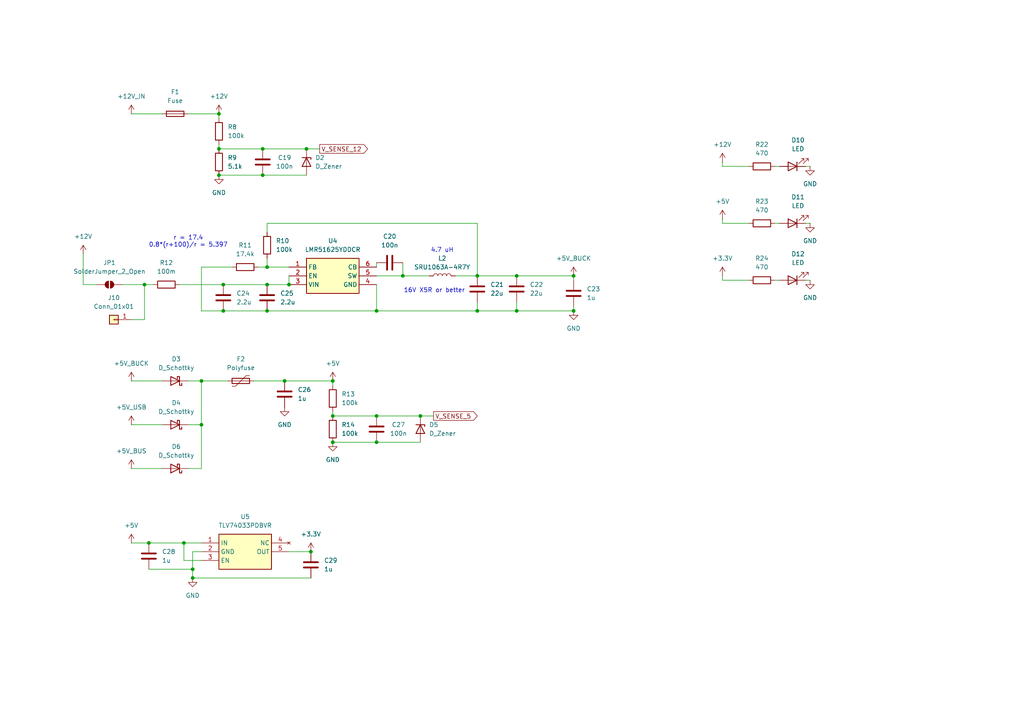
<source format=kicad_sch>
(kicad_sch (version 20250114) (generator "eeschema") (generator_version "9.0")
  (paper "A4")
  (lib_symbols
    (symbol "Connector_Generic:Conn_01x01" (pin_names (offset 1.016) (hide yes))
      (property "Reference" "J" (at 0 2.54 0))
      (property "Value" "Conn_01x01" (at 0 -2.54 0))
      (symbol "Conn_01x01_1_1"
        (rectangle (start -1.27 1.27) (end 1.27 -1.27) (stroke (width 0.254)) (fill (type background)))
        (rectangle (start -1.27 0.127) (end 0 -0.127) (stroke (width 0.1524)))
        (pin passive line (at -5.08 0 0) (length 3.81) (name "Pin_1") (number "1"))
      )
    )
    (symbol "Device:C" (pin_numbers (hide yes)) (pin_names (offset 0.254))
      (property "Reference" "C" (at 0.635 2.54 0))
      (property "Value" "C" (at 0.635 -2.54 0))
      (symbol "C_0_1"
        (polyline (pts (xy -2.032 0.762) (xy 2.032 0.762)) (stroke (width 0.508)))
        (polyline (pts (xy -2.032 -0.762) (xy 2.032 -0.762)) (stroke (width 0.508)))
      )
      (symbol "C_1_1"
        (pin passive line (at 0 3.81 270) (length 2.794) (name "~") (number "1"))
        (pin passive line (at 0 -3.81 90) (length 2.794) (name "~") (number "2"))
      )
    )
    (symbol "Device:D_Schottky" (pin_numbers (hide yes)) (pin_names (offset 1.016) (hide yes))
      (property "Reference" "D" (at 0 2.54 0))
      (property "Value" "D_Schottky" (at 0 -2.54 0))
      (symbol "D_Schottky_0_1"
        (polyline (pts (xy -1.905 0.635) (xy -1.905 1.27) (xy -1.27 1.27) (xy -1.27 -1.27) (xy -0.635 -1.27) (xy -0.635 -0.635)) (stroke (width 0.254)))
        (polyline (pts (xy 1.27 1.27) (xy 1.27 -1.27) (xy -1.27 0) (xy 1.27 1.27)) (stroke (width 0.254)))
        (polyline (pts (xy 1.27 0) (xy -1.27 0)))
      )
      (symbol "D_Schottky_1_1"
        (pin passive line (at -3.81 0 0) (length 2.54) (name "K") (number "1"))
        (pin passive line (at 3.81 0 180) (length 2.54) (name "A") (number "2"))
      )
    )
    (symbol "Device:D_Zener" (pin_numbers (hide yes)) (pin_names (offset 1.016) (hide yes))
      (property "Reference" "D" (at 0 2.54 0))
      (property "Value" "D_Zener" (at 0 -2.54 0))
      (symbol "D_Zener_0_1"
        (polyline (pts (xy -1.27 -1.27) (xy -1.27 1.27) (xy -0.762 1.27)) (stroke (width 0.254)))
        (polyline (pts (xy 1.27 0) (xy -1.27 0)))
        (polyline (pts (xy 1.27 -1.27) (xy 1.27 1.27) (xy -1.27 0) (xy 1.27 -1.27)) (stroke (width 0.254)))
      )
      (symbol "D_Zener_1_1"
        (pin passive line (at -3.81 0 0) (length 2.54) (name "K") (number "1"))
        (pin passive line (at 3.81 0 180) (length 2.54) (name "A") (number "2"))
      )
    )
    (symbol "Device:Fuse" (pin_numbers (hide yes)) (pin_names (offset 0))
      (property "Reference" "F" (at 2.032 0 90))
      (property "Value" "Fuse" (at -1.905 0 90))
      (symbol "Fuse_0_1"
        (rectangle (start -0.762 -2.54) (end 0.762 2.54) (stroke (width 0.254)))
        (polyline (pts (xy 0 2.54) (xy 0 -2.54)))
      )
      (symbol "Fuse_1_1"
        (pin passive line (at 0 3.81 270) (length 1.27) (name "~") (number "1"))
        (pin passive line (at 0 -3.81 90) (length 1.27) (name "~") (number "2"))
      )
    )
    (symbol "Device:L" (pin_numbers (hide yes)) (pin_names (offset 1.016) (hide yes))
      (property "Reference" "L" (at -1.27 0 90))
      (property "Value" "L" (at 1.905 0 90))
      (symbol "L_0_1"
        (arc (start 0 2.54) (mid 0.6323 1.905) (end 0 1.27))
        (arc (start 0 1.27) (mid 0.6323 0.635) (end 0 0))
        (arc (start 0 0) (mid 0.6323 -0.635) (end 0 -1.27))
        (arc (start 0 -1.27) (mid 0.6323 -1.905) (end 0 -2.54))
      )
      (symbol "L_1_1"
        (pin passive line (at 0 3.81 270) (length 1.27) (name "1") (number "1"))
        (pin passive line (at 0 -3.81 90) (length 1.27) (name "2") (number "2"))
      )
    )
    (symbol "Device:LED" (pin_numbers (hide yes)) (pin_names (offset 1.016) (hide yes))
      (property "Reference" "D" (at 0 2.54 0))
      (property "Value" "LED" (at 0 -2.54 0))
      (symbol "LED_0_1"
        (polyline (pts (xy -3.048 -0.762) (xy -4.572 -2.286) (xy -3.81 -2.286) (xy -4.572 -2.286) (xy -4.572 -1.524)))
        (polyline (pts (xy -1.778 -0.762) (xy -3.302 -2.286) (xy -2.54 -2.286) (xy -3.302 -2.286) (xy -3.302 -1.524)))
        (polyline (pts (xy -1.27 0) (xy 1.27 0)))
        (polyline (pts (xy -1.27 -1.27) (xy -1.27 1.27)) (stroke (width 0.254)))
        (polyline (pts (xy 1.27 -1.27) (xy 1.27 1.27) (xy -1.27 0) (xy 1.27 -1.27)) (stroke (width 0.254)))
      )
      (symbol "LED_1_1"
        (pin passive line (at -3.81 0 0) (length 2.54) (name "K") (number "1"))
        (pin passive line (at 3.81 0 180) (length 2.54) (name "A") (number "2"))
      )
    )
    (symbol "Device:Polyfuse" (pin_numbers (hide yes)) (pin_names (offset 0))
      (property "Reference" "F" (at -2.54 0 90))
      (property "Value" "Polyfuse" (at 2.54 0 90))
      (symbol "Polyfuse_0_1"
        (polyline (pts (xy -1.524 2.54) (xy -1.524 1.524) (xy 1.524 -1.524) (xy 1.524 -2.54)))
        (rectangle (start -0.762 2.54) (end 0.762 -2.54) (stroke (width 0.254)))
        (polyline (pts (xy 0 2.54) (xy 0 -2.54)))
      )
      (symbol "Polyfuse_1_1"
        (pin passive line (at 0 3.81 270) (length 1.27) (name "~") (number "1"))
        (pin passive line (at 0 -3.81 90) (length 1.27) (name "~") (number "2"))
      )
    )
    (symbol "Device:R" (pin_numbers (hide yes)) (pin_names (offset 0))
      (property "Reference" "R" (at 2.032 0 90))
      (property "Value" "R" (at 0 0 90))
      (symbol "R_0_1"
        (rectangle (start -1.016 -2.54) (end 1.016 2.54) (stroke (width 0.254)))
      )
      (symbol "R_1_1"
        (pin passive line (at 0 3.81 270) (length 1.27) (name "~") (number "1"))
        (pin passive line (at 0 -3.81 90) (length 1.27) (name "~") (number "2"))
      )
    )
    (symbol "Jumper:SolderJumper_2_Open" (pin_numbers (hide yes)) (pin_names (offset 0) (hide yes)) (in_bom no)
      (property "Reference" "JP" (at 0 2.032 0))
      (property "Value" "SolderJumper_2_Open" (at 0 -2.54 0))
      (symbol "SolderJumper_2_Open_0_1"
        (polyline (pts (xy -0.254 1.016) (xy -0.254 -1.016)))
        (arc (start -0.254 -1.016) (mid -1.2656 0) (end -0.254 1.016))
        (arc (start -0.254 -1.016) (mid -1.2656 0) (end -0.254 1.016) (fill (type outline)))
        (arc (start 0.254 1.016) (mid 1.2656 0) (end 0.254 -1.016))
        (arc (start 0.254 1.016) (mid 1.2656 0) (end 0.254 -1.016) (fill (type outline)))
        (polyline (pts (xy 0.254 1.016) (xy 0.254 -1.016)))
      )
      (symbol "SolderJumper_2_Open_1_1"
        (pin passive line (at -3.81 0 0) (length 2.54) (name "A") (number "1"))
        (pin passive line (at 3.81 0 180) (length 2.54) (name "B") (number "2"))
      )
    )
    (symbol "SamacSys_Parts:LMR51625YFDDCR"
      (property "Reference" "IC" (at 21.59 7.62 0))
      (property "Value" "LMR51625YFDDCR" (at 21.59 5.08 0))
      (symbol "LMR51625YFDDCR_1_1"
        (rectangle (start 5.08 2.54) (end 20.32 -7.62) (stroke (width 0.254)) (fill (type background)))
        (pin passive line (at 0 0 0) (length 5.08) (name "FB") (number "1"))
        (pin passive line (at 0 -2.54 0) (length 5.08) (name "EN") (number "2"))
        (pin passive line (at 0 -5.08 0) (length 5.08) (name "VIN") (number "3"))
        (pin passive line (at 25.4 0 180) (length 5.08) (name "CB") (number "6"))
        (pin passive line (at 25.4 -2.54 180) (length 5.08) (name "SW") (number "5"))
        (pin passive line (at 25.4 -5.08 180) (length 5.08) (name "GND") (number "4"))
      )
    )
    (symbol "SamacSys_Parts:TLV74033PDBVR"
      (property "Reference" "IC" (at 21.59 7.62 0))
      (property "Value" "TLV74033PDBVR" (at 21.59 5.08 0))
      (symbol "TLV74033PDBVR_1_1"
        (rectangle (start 5.08 2.54) (end 20.32 -7.62) (stroke (width 0.254)) (fill (type background)))
        (pin passive line (at 0 0 0) (length 5.08) (name "IN") (number "1"))
        (pin passive line (at 0 -2.54 0) (length 5.08) (name "GND") (number "2"))
        (pin passive line (at 0 -5.08 0) (length 5.08) (name "EN") (number "3"))
        (pin no_connect line (at 25.4 0 180) (length 5.08) (name "NC") (number "4"))
        (pin passive line (at 25.4 -2.54 180) (length 5.08) (name "OUT") (number "5"))
      )
    )
    (symbol "power:+3.3V" (power) (pin_numbers (hide yes)) (pin_names (offset 0) (hide yes))
      (property "Value" "+3.3V" (at 0 3.556 0))
      (symbol "+3.3V_0_1"
        (polyline (pts (xy -0.762 1.27) (xy 0 2.54)))
        (polyline (pts (xy 0 2.54) (xy 0.762 1.27)))
        (polyline (pts (xy 0 0) (xy 0 2.54)))
      )
      (symbol "+3.3V_1_1"
        (pin power_in line (at 0 0 90) (length 0) (name "~") (number "1"))
      )
    )
    (symbol "power:GND" (power) (pin_numbers (hide yes)) (pin_names (offset 0) (hide yes))
      (property "Value" "GND" (at 0 -3.81 0))
      (symbol "GND_0_1"
        (polyline (pts (xy 0 0) (xy 0 -1.27) (xy 1.27 -1.27) (xy 0 -2.54) (xy -1.27 -1.27) (xy 0 -1.27)))
      )
      (symbol "GND_1_1"
        (pin power_in line (at 0 0 270) (length 0) (name "~") (number "1"))
      )
    )
  )
  (text "16V X5R or better" (at 125.984 84.328 0) (effects (font (size 1.27 1.27))))
  (text "4.7 uH" (at 128.27 72.644 0) (effects (font (size 1.27 1.27))))
  (text "r = 17.4\n0.8*(r+100)/r = 5.397" (at 54.61 70.104 0) (effects (font (size 1.27 1.27))))
  (junction (at 138.43 80.01))
  (junction (at 58.42 110.49))
  (junction (at 90.17 160.02))
  (junction (at 77.47 77.47))
  (junction (at 77.47 90.17))
  (junction (at 58.42 123.19))
  (junction (at 116.84 80.01))
  (junction (at 63.5 33.02))
  (junction (at 43.18 157.48))
  (junction (at 109.22 90.17))
  (junction (at 64.77 90.17))
  (junction (at 64.77 82.55))
  (junction (at 63.5 43.18))
  (junction (at 76.2 50.8))
  (junction (at 77.47 82.55))
  (junction (at 41.91 82.55))
  (junction (at 166.37 90.17))
  (junction (at 96.52 120.65))
  (junction (at 53.34 157.48))
  (junction (at 138.43 90.17))
  (junction (at 149.86 90.17))
  (junction (at 63.5 50.8))
  (junction (at 96.52 128.27))
  (junction (at 55.88 167.64))
  (junction (at 96.52 110.49))
  (junction (at 121.92 120.65))
  (junction (at 76.2 43.18))
  (junction (at 55.88 165.1))
  (junction (at 82.55 110.49))
  (junction (at 149.86 80.01))
  (junction (at 83.82 82.55))
  (junction (at 88.9 43.18))
  (junction (at 109.22 120.65))
  (junction (at 109.22 128.27))
  (junction (at 166.37 80.01))
  (wire (pts (xy 138.43 90.17) (xy 149.86 90.17)))
  (wire (pts (xy 109.22 76.2) (xy 109.22 77.47)))
  (wire (pts (xy 226.06 48.26) (xy 224.79 48.26)))
  (wire (pts (xy 54.61 110.49) (xy 58.42 110.49)))
  (wire (pts (xy 149.86 80.01) (xy 166.37 80.01)))
  (wire (pts (xy 41.91 82.55) (xy 44.45 82.55)))
  (wire (pts (xy 43.18 165.1) (xy 55.88 165.1)))
  (wire (pts (xy 77.47 74.93) (xy 77.47 77.47)))
  (wire (pts (xy 82.55 110.49) (xy 96.52 110.49)))
  (wire (pts (xy 24.13 82.55) (xy 24.13 73.66)))
  (wire (pts (xy 209.55 81.28) (xy 217.17 81.28)))
  (wire (pts (xy 138.43 80.01) (xy 149.86 80.01)))
  (wire (pts (xy 74.93 77.47) (xy 77.47 77.47)))
  (wire (pts (xy 38.1 110.49) (xy 46.99 110.49)))
  (wire (pts (xy 35.56 82.55) (xy 41.91 82.55)))
  (wire (pts (xy 53.34 162.56) (xy 53.34 157.48)))
  (wire (pts (xy 96.52 120.65) (xy 109.22 120.65)))
  (wire (pts (xy 55.88 167.64) (xy 90.17 167.64)))
  (wire (pts (xy 233.68 81.28) (xy 234.95 81.28)))
  (wire (pts (xy 58.42 77.47) (xy 58.42 90.17)))
  (wire (pts (xy 121.92 120.65) (xy 125.73 120.65)))
  (wire (pts (xy 209.55 64.77) (xy 217.17 64.77)))
  (wire (pts (xy 233.68 64.77) (xy 234.95 64.77)))
  (wire (pts (xy 55.88 160.02) (xy 55.88 165.1)))
  (wire (pts (xy 226.06 64.77) (xy 224.79 64.77)))
  (wire (pts (xy 63.5 43.18) (xy 76.2 43.18)))
  (wire (pts (xy 55.88 165.1) (xy 55.88 167.64)))
  (wire (pts (xy 58.42 135.89) (xy 54.61 135.89)))
  (wire (pts (xy 46.99 33.02) (xy 38.1 33.02)))
  (wire (pts (xy 54.61 33.02) (xy 63.5 33.02)))
  (wire (pts (xy 88.9 43.18) (xy 92.71 43.18)))
  (wire (pts (xy 67.31 77.47) (xy 58.42 77.47)))
  (wire (pts (xy 77.47 77.47) (xy 83.82 77.47)))
  (wire (pts (xy 77.47 90.17) (xy 109.22 90.17)))
  (wire (pts (xy 138.43 87.63) (xy 138.43 90.17)))
  (wire (pts (xy 58.42 90.17) (xy 64.77 90.17)))
  (wire (pts (xy 76.2 50.8) (xy 88.9 50.8)))
  (wire (pts (xy 166.37 90.17) (xy 166.37 88.9)))
  (wire (pts (xy 58.42 135.89) (xy 58.42 123.19)))
  (wire (pts (xy 43.18 157.48) (xy 53.34 157.48)))
  (wire (pts (xy 77.47 64.77) (xy 77.47 67.31)))
  (wire (pts (xy 64.77 82.55) (xy 77.47 82.55)))
  (wire (pts (xy 83.82 160.02) (xy 90.17 160.02)))
  (wire (pts (xy 63.5 34.29) (xy 63.5 33.02)))
  (wire (pts (xy 77.47 64.77) (xy 138.43 64.77)))
  (wire (pts (xy 73.66 110.49) (xy 82.55 110.49)))
  (wire (pts (xy 96.52 120.65) (xy 96.52 119.38)))
  (wire (pts (xy 96.52 128.27) (xy 109.22 128.27)))
  (wire (pts (xy 166.37 81.28) (xy 166.37 80.01)))
  (wire (pts (xy 77.47 82.55) (xy 83.82 82.55)))
  (wire (pts (xy 109.22 90.17) (xy 138.43 90.17)))
  (wire (pts (xy 58.42 162.56) (xy 53.34 162.56)))
  (wire (pts (xy 138.43 80.01) (xy 132.08 80.01)))
  (wire (pts (xy 116.84 80.01) (xy 124.46 80.01)))
  (wire (pts (xy 38.1 123.19) (xy 46.99 123.19)))
  (wire (pts (xy 109.22 120.65) (xy 121.92 120.65)))
  (wire (pts (xy 83.82 80.01) (xy 83.82 82.55)))
  (wire (pts (xy 209.55 63.5) (xy 209.55 64.77)))
  (wire (pts (xy 96.52 111.76) (xy 96.52 110.49)))
  (wire (pts (xy 233.68 48.26) (xy 234.95 48.26)))
  (wire (pts (xy 209.55 80.01) (xy 209.55 81.28)))
  (wire (pts (xy 138.43 64.77) (xy 138.43 80.01)))
  (wire (pts (xy 149.86 87.63) (xy 149.86 90.17)))
  (wire (pts (xy 38.1 157.48) (xy 43.18 157.48)))
  (wire (pts (xy 64.77 90.17) (xy 77.47 90.17)))
  (wire (pts (xy 38.1 135.89) (xy 46.99 135.89)))
  (wire (pts (xy 109.22 82.55) (xy 109.22 90.17)))
  (wire (pts (xy 116.84 76.2) (xy 116.84 80.01)))
  (wire (pts (xy 58.42 123.19) (xy 54.61 123.19)))
  (wire (pts (xy 53.34 157.48) (xy 58.42 157.48)))
  (wire (pts (xy 109.22 128.27) (xy 121.92 128.27)))
  (wire (pts (xy 38.1 92.71) (xy 41.91 92.71)))
  (wire (pts (xy 226.06 81.28) (xy 224.79 81.28)))
  (wire (pts (xy 109.22 80.01) (xy 116.84 80.01)))
  (wire (pts (xy 58.42 110.49) (xy 66.04 110.49)))
  (wire (pts (xy 58.42 160.02) (xy 55.88 160.02)))
  (wire (pts (xy 149.86 90.17) (xy 166.37 90.17)))
  (wire (pts (xy 41.91 92.71) (xy 41.91 82.55)))
  (wire (pts (xy 58.42 123.19) (xy 58.42 110.49)))
  (wire (pts (xy 209.55 46.99) (xy 209.55 48.26)))
  (wire (pts (xy 27.94 82.55) (xy 24.13 82.55)))
  (wire (pts (xy 63.5 43.18) (xy 63.5 41.91)))
  (wire (pts (xy 209.55 48.26) (xy 217.17 48.26)))
  (wire (pts (xy 52.07 82.55) (xy 64.77 82.55)))
  (wire (pts (xy 76.2 43.18) (xy 88.9 43.18)))
  (wire (pts (xy 63.5 50.8) (xy 76.2 50.8)))
  (global_label "V_SENSE_12" (shape output) (at 92.71 43.18 0) (property "Intersheetrefs" "${INTERSHEET_REFS}" (effects (hide yes))))
  (global_label "V_SENSE_5" (shape output) (at 125.73 120.65 0) (property "Intersheetrefs" "${INTERSHEET_REFS}" (effects (hide yes))))
  (symbol (lib_id "Device:C") (at 77.47 86.36 0) (unit 1)
    (property "Reference" "C25" (at 81.28 85.0899 0) (effects (justify left)))
    (property "Value" "2.2u" (at 81.28 87.6299 0) (effects (justify left)))
    (property "Footprint" "Capacitor_SMD:C_0603_1608Metric_Pad1.08x0.95mm_HandSolder" (effects (hide yes)))
    (property "Description" "Unpolarized capacitor" (effects (hide yes)))
  )
  (symbol (lib_id "SamacSys_Parts:LMR51625YFDDCR") (at 83.82 77.47 0) (unit 1)
    (property "Reference" "U4" (at 96.52 69.85 0))
    (property "Value" "LMR51625YDDCR" (at 96.52 72.39 0))
    (property "Footprint" "SamacSys_Parts:SOT95P280X110-6N" (effects (hide yes)))
    (property "Datasheet" "https://www.mouser.kr/ProductDetail/Texas-Instruments/LMR51625YFDDCR?qs=efUn273yAhe0Di9PgWnVVg%3D%3D" (effects (hide yes)))
    (property "Description" "Functional Safety-Capable  Documentation available to aid functional safety system design  Configured for rugged industrial applications:  4.3V to 60V input voltage range  2.5A or 3.5A continuous output current  Low operating quiescent current of 29uA  70ns minimum switching on time  400kHz amd 1.1MHz switching frequency  Frequency spread spectrum (PFM variant)  40C to 150C junction temperature range  96% maximum duty cycle  Monotonic start-up with prebiased output  Short-circu" (effects (hide yes)))
    (property "Height" "1.1" (effects (hide yes)))
    (property "Manufacturer_Name" "Texas Instruments" (effects (hide yes)))
    (property "Manufacturer_Part_Number" "LMR51625YFDDCR" (effects (hide yes)))
    (property "Mouser Part Number" "595-LMR51625YFDDCR" (effects (hide yes)))
    (property "Mouser Price/Stock" "https://www.mouser.co.uk/ProductDetail/Texas-Instruments/LMR51625YFDDCR?qs=efUn273yAhe0Di9PgWnVVg%3D%3D" (effects (hide yes)))
    (property "Arrow Part Number" "LMR51625YFDDCR" (effects (hide yes)))
    (property "Arrow Price/Stock" "https://www.arrow.com/en/products/lmr51625yfddcr/texas-instruments?utm_currency=USD&region=nac" (effects (hide yes)))
  )
  (symbol (lib_id "power:+3.3V") (at 96.52 110.49 0) (unit 1)
    (property "Reference" "#PWR037" (effects (hide yes)))
    (property "Value" "+5V" (at 96.52 105.41 0))
    (property "Description" "Power symbol creates a global label with name \"+3.3V\"" (effects (hide yes)))
  )
  (symbol (lib_id "Device:D_Schottky") (at 50.8 123.19 180) (unit 1)
    (property "Reference" "D4" (at 51.1175 116.84 0))
    (property "Value" "D_Schottky" (at 51.1175 119.38 0))
    (property "Footprint" "Diode_SMD:D_SMA" (effects (hide yes)))
    (property "Description" "Schottky diode" (effects (hide yes)))
  )
  (symbol (lib_id "Device:R") (at 63.5 46.99 0) (unit 1)
    (property "Reference" "R9" (at 66.04 45.7199 0) (effects (justify left)))
    (property "Value" "5.1k" (at 66.04 48.2599 0) (effects (justify left)))
    (property "Footprint" "Resistor_SMD:R_0603_1608Metric_Pad0.98x0.95mm_HandSolder" (effects (hide yes)))
    (property "Description" "Resistor" (effects (hide yes)))
  )
  (symbol (lib_id "Device:D_Zener") (at 121.92 124.46 270) (unit 1)
    (property "Reference" "D5" (at 124.46 123.1899 90) (effects (justify left)))
    (property "Value" "D_Zener" (at 124.46 125.7299 90) (effects (justify left)))
    (property "Footprint" "Diode_SMD:D_SOD-323_HandSoldering" (effects (hide yes)))
    (property "Description" "Zener diode" (effects (hide yes)))
  )
  (symbol (lib_id "power:+3.3V") (at 209.55 46.99 0) (unit 1)
    (property "Reference" "#PWR051" (effects (hide yes)))
    (property "Value" "+12V" (at 209.55 41.91 0))
    (property "Description" "Power symbol creates a global label with name \"+3.3V\"" (effects (hide yes)))
  )
  (symbol (lib_id "Device:Polyfuse") (at 69.85 110.49 90) (unit 1)
    (property "Reference" "F2" (at 69.85 104.14 90))
    (property "Value" "Polyfuse" (at 69.85 106.68 90))
    (property "Footprint" "Fuse:Fuse_1812_4532Metric_Pad1.30x3.40mm_HandSolder" (effects (hide yes)))
    (property "Description" "Resettable fuse, polymeric positive temperature coefficient" (effects (hide yes)))
  )
  (symbol (lib_id "Device:R") (at 220.98 64.77 90) (unit 1)
    (property "Reference" "R23" (at 220.98 58.42 90))
    (property "Value" "470" (at 220.98 60.96 90))
    (property "Footprint" "Resistor_SMD:R_0603_1608Metric_Pad0.98x0.95mm_HandSolder" (effects (hide yes)))
    (property "Description" "Resistor" (effects (hide yes)))
  )
  (symbol (lib_id "power:GND") (at 234.95 48.26 0) (unit 1)
    (property "Reference" "#PWR050" (effects (hide yes)))
    (property "Value" "GND" (at 234.95 53.34 0))
    (property "Description" "Power symbol creates a global label with name \"GND\" , ground" (effects (hide yes)))
  )
  (symbol (lib_id "Jumper:SolderJumper_2_Open") (at 31.75 82.55 0) (unit 1) (in_bom no)
    (property "Reference" "JP1" (at 31.75 76.2 0))
    (property "Value" "SolderJumper_2_Open" (at 31.75 78.74 0))
    (property "Footprint" "Jumper:SolderJumper-2_P1.3mm_Open_RoundedPad1.0x1.5mm" (effects (hide yes)))
    (property "Description" "Solder Jumper, 2-pole, open" (effects (hide yes)))
  )
  (symbol (lib_id "Device:R") (at 63.5 38.1 0) (unit 1)
    (property "Reference" "R8" (at 66.04 36.8299 0) (effects (justify left)))
    (property "Value" "100k" (at 66.04 39.3699 0) (effects (justify left)))
    (property "Footprint" "Resistor_SMD:R_0603_1608Metric_Pad0.98x0.95mm_HandSolder" (effects (hide yes)))
    (property "Description" "Resistor" (effects (hide yes)))
  )
  (symbol (lib_id "Device:C") (at 64.77 86.36 0) (unit 1)
    (property "Reference" "C24" (at 68.58 85.0899 0) (effects (justify left)))
    (property "Value" "2.2u" (at 68.58 87.6299 0) (effects (justify left)))
    (property "Footprint" "Capacitor_SMD:C_0603_1608Metric_Pad1.08x0.95mm_HandSolder" (effects (hide yes)))
    (property "Description" "Unpolarized capacitor" (effects (hide yes)))
  )
  (symbol (lib_id "Device:C") (at 113.03 76.2 90) (unit 1)
    (property "Reference" "C20" (at 113.03 68.58 90))
    (property "Value" "100n" (at 113.03 71.12 90))
    (property "Footprint" "Capacitor_SMD:C_0603_1608Metric_Pad1.08x0.95mm_HandSolder" (effects (hide yes)))
    (property "Description" "Unpolarized capacitor" (effects (hide yes)))
  )
  (symbol (lib_id "Device:C") (at 149.86 83.82 0) (unit 1)
    (property "Reference" "C22" (at 153.67 82.5499 0) (effects (justify left)))
    (property "Value" "22u" (at 153.67 85.0899 0) (effects (justify left)))
    (property "Footprint" "Capacitor_SMD:C_1206_3216Metric_Pad1.33x1.80mm_HandSolder" (effects (hide yes)))
    (property "Description" "Unpolarized capacitor" (effects (hide yes)))
  )
  (symbol (lib_id "power:+3.3V") (at 38.1 33.02 0) (unit 1)
    (property "Reference" "#PWR030" (effects (hide yes)))
    (property "Value" "+12V_IN" (at 38.1 27.94 0))
    (property "Description" "Power symbol creates a global label with name \"+3.3V\"" (effects (hide yes)))
  )
  (symbol (lib_id "power:GND") (at 96.52 128.27 0) (unit 1)
    (property "Reference" "#PWR040" (effects (hide yes)))
    (property "Value" "GND" (at 96.52 133.35 0))
    (property "Description" "Power symbol creates a global label with name \"GND\" , ground" (effects (hide yes)))
  )
  (symbol (lib_id "power:GND") (at 55.88 167.64 0) (unit 1)
    (property "Reference" "#PWR044" (effects (hide yes)))
    (property "Value" "GND" (at 55.88 172.72 0))
    (property "Description" "Power symbol creates a global label with name \"GND\" , ground" (effects (hide yes)))
  )
  (symbol (lib_id "Device:LED") (at 229.87 64.77 180) (unit 1)
    (property "Reference" "D11" (at 231.4575 57.15 0))
    (property "Value" "LED" (at 231.4575 59.69 0))
    (property "Footprint" "LED_SMD:LED_0603_1608Metric_Pad1.05x0.95mm_HandSolder" (effects (hide yes)))
    (property "Description" "Light emitting diode" (effects (hide yes)))
    (property "Sim.Pins" "1=K 2=A" (effects (hide yes)))
  )
  (symbol (lib_id "Device:C") (at 43.18 161.29 0) (unit 1)
    (property "Reference" "C28" (at 46.99 160.0199 0) (effects (justify left)))
    (property "Value" "1u" (at 46.99 162.5599 0) (effects (justify left)))
    (property "Footprint" "Capacitor_SMD:C_0603_1608Metric_Pad1.08x0.95mm_HandSolder" (effects (hide yes)))
    (property "Description" "Unpolarized capacitor" (effects (hide yes)))
  )
  (symbol (lib_id "power:+3.3V") (at 209.55 63.5 0) (unit 1)
    (property "Reference" "#PWR052" (effects (hide yes)))
    (property "Value" "+5V" (at 209.55 58.42 0))
    (property "Description" "Power symbol creates a global label with name \"+3.3V\"" (effects (hide yes)))
  )
  (symbol (lib_id "power:+3.3V") (at 38.1 157.48 0) (unit 1)
    (property "Reference" "#PWR042" (effects (hide yes)))
    (property "Value" "+5V" (at 38.1 152.4 0))
    (property "Description" "Power symbol creates a global label with name \"+3.3V\"" (effects (hide yes)))
  )
  (symbol (lib_id "Device:R") (at 48.26 82.55 90) (unit 1)
    (property "Reference" "R12" (at 48.26 76.2 90))
    (property "Value" "100m" (at 48.26 78.74 90))
    (property "Footprint" "Resistor_SMD:R_1206_3216Metric_Pad1.30x1.75mm_HandSolder" (effects (hide yes)))
    (property "Description" "Resistor" (effects (hide yes)))
  )
  (symbol (lib_id "power:+3.3V") (at 38.1 135.89 0) (unit 1)
    (property "Reference" "#PWR041" (effects (hide yes)))
    (property "Value" "+5V_BUS" (at 38.1 130.81 0))
    (property "Description" "Power symbol creates a global label with name \"+3.3V\"" (effects (hide yes)))
  )
  (symbol (lib_id "Device:D_Zener") (at 88.9 46.99 270) (unit 1)
    (property "Reference" "D2" (at 91.44 45.7199 90) (effects (justify left)))
    (property "Value" "D_Zener" (at 91.44 48.2599 90) (effects (justify left)))
    (property "Footprint" "Diode_SMD:D_SOD-323_HandSoldering" (effects (hide yes)))
    (property "Description" "Zener diode" (effects (hide yes)))
  )
  (symbol (lib_id "Device:C") (at 138.43 83.82 0) (unit 1)
    (property "Reference" "C21" (at 142.24 82.5499 0) (effects (justify left)))
    (property "Value" "22u" (at 142.24 85.0899 0) (effects (justify left)))
    (property "Footprint" "Capacitor_SMD:C_1206_3216Metric_Pad1.33x1.80mm_HandSolder" (effects (hide yes)))
    (property "Description" "Unpolarized capacitor" (effects (hide yes)))
  )
  (symbol (lib_id "Device:R") (at 96.52 115.57 0) (unit 1)
    (property "Reference" "R13" (at 99.06 114.2999 0) (effects (justify left)))
    (property "Value" "100k" (at 99.06 116.8399 0) (effects (justify left)))
    (property "Footprint" "Resistor_SMD:R_0603_1608Metric_Pad0.98x0.95mm_HandSolder" (effects (hide yes)))
    (property "Description" "Resistor" (effects (hide yes)))
  )
  (symbol (lib_id "Device:L") (at 128.27 80.01 90) (unit 1)
    (property "Reference" "L2" (at 128.27 74.93 90))
    (property "Value" "SRU1063A-4R7Y" (at 128.27 77.47 90))
    (property "Footprint" "Inductor_SMD:L_Bourns-SRU1028_10.0x10.0mm" (effects (hide yes)))
    (property "Description" "Inductor" (effects (hide yes)))
  )
  (symbol (lib_id "Device:D_Schottky") (at 50.8 135.89 180) (unit 1)
    (property "Reference" "D6" (at 51.1175 129.54 0))
    (property "Value" "D_Schottky" (at 51.1175 132.08 0))
    (property "Footprint" "Diode_SMD:D_SMA" (effects (hide yes)))
    (property "Description" "Schottky diode" (effects (hide yes)))
  )
  (symbol (lib_id "Device:R") (at 220.98 81.28 90) (unit 1)
    (property "Reference" "R24" (at 220.98 74.93 90))
    (property "Value" "470" (at 220.98 77.47 90))
    (property "Footprint" "Resistor_SMD:R_0603_1608Metric_Pad0.98x0.95mm_HandSolder" (effects (hide yes)))
    (property "Description" "Resistor" (effects (hide yes)))
  )
  (symbol (lib_id "power:GND") (at 63.5 50.8 0) (unit 1)
    (property "Reference" "#PWR032" (effects (hide yes)))
    (property "Value" "GND" (at 63.5 55.88 0))
    (property "Description" "Power symbol creates a global label with name \"GND\" , ground" (effects (hide yes)))
  )
  (symbol (lib_id "Device:C") (at 82.55 114.3 0) (unit 1)
    (property "Reference" "C26" (at 86.36 113.0299 0) (effects (justify left)))
    (property "Value" "1u" (at 86.36 115.5699 0) (effects (justify left)))
    (property "Footprint" "Capacitor_SMD:C_0603_1608Metric_Pad1.08x0.95mm_HandSolder" (effects (hide yes)))
    (property "Description" "Unpolarized capacitor" (effects (hide yes)))
  )
  (symbol (lib_id "power:+3.3V") (at 90.17 160.02 0) (unit 1)
    (property "Reference" "#PWR043" (effects (hide yes)))
    (property "Value" "+3.3V" (at 90.17 154.94 0))
    (property "Description" "Power symbol creates a global label with name \"+3.3V\"" (effects (hide yes)))
  )
  (symbol (lib_id "power:+3.3V") (at 63.5 33.02 0) (unit 1)
    (property "Reference" "#PWR031" (effects (hide yes)))
    (property "Value" "+12V" (at 63.5 27.94 0))
    (property "Description" "Power symbol creates a global label with name \"+3.3V\"" (effects (hide yes)))
  )
  (symbol (lib_id "Device:C") (at 166.37 85.09 0) (unit 1)
    (property "Reference" "C23" (at 170.18 83.8199 0) (effects (justify left)))
    (property "Value" "1u" (at 170.18 86.3599 0) (effects (justify left)))
    (property "Footprint" "Capacitor_SMD:C_0603_1608Metric_Pad1.08x0.95mm_HandSolder" (effects (hide yes)))
    (property "Description" "Unpolarized capacitor" (effects (hide yes)))
  )
  (symbol (lib_id "power:+3.3V") (at 24.13 73.66 0) (unit 1)
    (property "Reference" "#PWR034" (effects (hide yes)))
    (property "Value" "+12V" (at 24.13 68.58 0))
    (property "Description" "Power symbol creates a global label with name \"+3.3V\"" (effects (hide yes)))
  )
  (symbol (lib_id "Device:LED") (at 229.87 81.28 180) (unit 1)
    (property "Reference" "D12" (at 231.4575 73.66 0))
    (property "Value" "LED" (at 231.4575 76.2 0))
    (property "Footprint" "LED_SMD:LED_0603_1608Metric_Pad1.05x0.95mm_HandSolder" (effects (hide yes)))
    (property "Description" "Light emitting diode" (effects (hide yes)))
    (property "Sim.Pins" "1=K 2=A" (effects (hide yes)))
  )
  (symbol (lib_id "power:GND") (at 234.95 81.28 0) (unit 1)
    (property "Reference" "#PWR055" (effects (hide yes)))
    (property "Value" "GND" (at 234.95 86.36 0))
    (property "Description" "Power symbol creates a global label with name \"GND\" , ground" (effects (hide yes)))
  )
  (symbol (lib_id "SamacSys_Parts:TLV74033PDBVR") (at 58.42 157.48 0) (unit 1)
    (property "Reference" "U5" (at 71.12 149.86 0))
    (property "Value" "TLV74033PDBVR" (at 71.12 152.4 0))
    (property "Footprint" "SamacSys_Parts:SOT95P280X145-5N" (effects (hide yes)))
    (property "Datasheet" "https://www.ti.com/lit/ds/symlink/tlv740p.pdf?ts=1599647884466&ref_url=https%253A%252F%252Fwww.ti.com%252Fpower-management%252Flinear-regulators-ldo%252Fproducts.html" (effects (hide yes)))
    (property "Description" "LDO Voltage Regulators" (effects (hide yes)))
    (property "Height" "1.45" (effects (hide yes)))
    (property "Mouser Part Number" "595-TLV74033PDBVR" (effects (hide yes)))
    (property "Mouser Price/Stock" "https://www.mouser.co.uk/ProductDetail/Texas-Instruments/TLV74033PDBVR?qs=sPbYRqrBIVkaG2WMvPh1eg%3D%3D" (effects (hide yes)))
    (property "Manufacturer_Name" "Texas Instruments" (effects (hide yes)))
    (property "Manufacturer_Part_Number" "TLV74033PDBVR" (effects (hide yes)))
  )
  (symbol (lib_id "power:GND") (at 234.95 64.77 0) (unit 1)
    (property "Reference" "#PWR053" (effects (hide yes)))
    (property "Value" "GND" (at 234.95 69.85 0))
    (property "Description" "Power symbol creates a global label with name \"GND\" , ground" (effects (hide yes)))
  )
  (symbol (lib_id "Device:Fuse") (at 50.8 33.02 90) (unit 1)
    (property "Reference" "F1" (at 50.8 26.67 90))
    (property "Value" "Fuse" (at 50.8 29.21 90))
    (property "Footprint" "Fuse:Fuseholder_Blade_Mini_Keystone_3568" (effects (hide yes)))
    (property "Description" "Fuse" (effects (hide yes)))
  )
  (symbol (lib_id "Device:C") (at 76.2 46.99 0) (unit 1)
    (property "Reference" "C19" (at 82.55 45.72 0))
    (property "Value" "100n" (at 82.55 48.26 0))
    (property "Footprint" "Capacitor_SMD:C_0603_1608Metric_Pad1.08x0.95mm_HandSolder" (effects (hide yes)))
    (property "Description" "Unpolarized capacitor" (effects (hide yes)))
  )
  (symbol (lib_id "Device:R") (at 96.52 124.46 0) (unit 1)
    (property "Reference" "R14" (at 99.06 123.1899 0) (effects (justify left)))
    (property "Value" "100k" (at 99.06 125.7299 0) (effects (justify left)))
    (property "Footprint" "Resistor_SMD:R_0603_1608Metric_Pad0.98x0.95mm_HandSolder" (effects (hide yes)))
    (property "Description" "Resistor" (effects (hide yes)))
  )
  (symbol (lib_id "Device:R") (at 71.12 77.47 90) (unit 1)
    (property "Reference" "R11" (at 71.12 71.12 90))
    (property "Value" "17.4k" (at 71.12 73.66 90))
    (property "Footprint" "Resistor_SMD:R_0603_1608Metric_Pad0.98x0.95mm_HandSolder" (effects (hide yes)))
    (property "Description" "Resistor" (effects (hide yes)))
  )
  (symbol (lib_id "Connector_Generic:Conn_01x01") (at 33.02 92.71 180) (unit 1)
    (property "Reference" "J10" (at 33.02 86.36 0))
    (property "Value" "Conn_01x01" (at 33.02 88.9 0))
    (property "Footprint" "Connector_PinHeader_2.54mm:PinHeader_1x01_P2.54mm_Vertical" (effects (hide yes)))
    (property "Description" "Generic connector, single row, 01x01, script generated (kicad-library-utils/schlib/autogen/connector/)" (effects (hide yes)))
  )
  (symbol (lib_id "power:GND") (at 82.55 118.11 0) (unit 1)
    (property "Reference" "#PWR038" (effects (hide yes)))
    (property "Value" "GND" (at 82.55 123.19 0))
    (property "Description" "Power symbol creates a global label with name \"GND\" , ground" (effects (hide yes)))
  )
  (symbol (lib_id "Device:R") (at 77.47 71.12 0) (unit 1)
    (property "Reference" "R10" (at 80.01 69.8499 0) (effects (justify left)))
    (property "Value" "100k" (at 80.01 72.3899 0) (effects (justify left)))
    (property "Footprint" "Resistor_SMD:R_0603_1608Metric_Pad0.98x0.95mm_HandSolder" (effects (hide yes)))
    (property "Description" "Resistor" (effects (hide yes)))
  )
  (symbol (lib_id "Device:LED") (at 229.87 48.26 180) (unit 1)
    (property "Reference" "D10" (at 231.4575 40.64 0))
    (property "Value" "LED" (at 231.4575 43.18 0))
    (property "Footprint" "LED_SMD:LED_0603_1608Metric_Pad1.05x0.95mm_HandSolder" (effects (hide yes)))
    (property "Description" "Light emitting diode" (effects (hide yes)))
    (property "Sim.Pins" "1=K 2=A" (effects (hide yes)))
  )
  (symbol (lib_id "power:+3.3V") (at 166.37 80.01 0) (unit 1)
    (property "Reference" "#PWR033" (effects (hide yes)))
    (property "Value" "+5V_BUCK" (at 166.37 74.93 0))
    (property "Description" "Power symbol creates a global label with name \"+3.3V\"" (effects (hide yes)))
  )
  (symbol (lib_id "power:GND") (at 166.37 90.17 0) (unit 1)
    (property "Reference" "#PWR035" (effects (hide yes)))
    (property "Value" "GND" (at 166.37 95.25 0))
    (property "Description" "Power symbol creates a global label with name \"GND\" , ground" (effects (hide yes)))
  )
  (symbol (lib_id "power:+3.3V") (at 38.1 123.19 0) (unit 1)
    (property "Reference" "#PWR039" (effects (hide yes)))
    (property "Value" "+5V_USB" (at 38.1 118.11 0))
    (property "Description" "Power symbol creates a global label with name \"+3.3V\"" (effects (hide yes)))
  )
  (symbol (lib_id "power:+3.3V") (at 38.1 110.49 0) (unit 1)
    (property "Reference" "#PWR036" (effects (hide yes)))
    (property "Value" "+5V_BUCK" (at 38.1 105.41 0))
    (property "Description" "Power symbol creates a global label with name \"+3.3V\"" (effects (hide yes)))
  )
  (symbol (lib_id "Device:D_Schottky") (at 50.8 110.49 180) (unit 1)
    (property "Reference" "D3" (at 51.1175 104.14 0))
    (property "Value" "D_Schottky" (at 51.1175 106.68 0))
    (property "Footprint" "Diode_SMD:D_SMA" (effects (hide yes)))
    (property "Description" "Schottky diode" (effects (hide yes)))
  )
  (symbol (lib_id "Device:C") (at 90.17 163.83 0) (unit 1)
    (property "Reference" "C29" (at 93.98 162.5599 0) (effects (justify left)))
    (property "Value" "1u" (at 93.98 165.0999 0) (effects (justify left)))
    (property "Footprint" "Capacitor_SMD:C_0603_1608Metric_Pad1.08x0.95mm_HandSolder" (effects (hide yes)))
    (property "Description" "Unpolarized capacitor" (effects (hide yes)))
  )
  (symbol (lib_id "Device:C") (at 109.22 124.46 0) (unit 1)
    (property "Reference" "C27" (at 115.57 123.19 0))
    (property "Value" "100n" (at 115.57 125.73 0))
    (property "Footprint" "Capacitor_SMD:C_0603_1608Metric_Pad1.08x0.95mm_HandSolder" (effects (hide yes)))
    (property "Description" "Unpolarized capacitor" (effects (hide yes)))
  )
  (symbol (lib_id "power:+3.3V") (at 209.55 80.01 0) (unit 1)
    (property "Reference" "#PWR054" (effects (hide yes)))
    (property "Value" "+3.3V" (at 209.55 74.93 0))
    (property "Description" "Power symbol creates a global label with name \"+3.3V\"" (effects (hide yes)))
  )
  (symbol (lib_id "Device:R") (at 220.98 48.26 90) (unit 1)
    (property "Reference" "R22" (at 220.98 41.91 90))
    (property "Value" "470" (at 220.98 44.45 90))
    (property "Footprint" "Resistor_SMD:R_0603_1608Metric_Pad0.98x0.95mm_HandSolder" (effects (hide yes)))
    (property "Description" "Resistor" (effects (hide yes)))
  )
)
</source>
